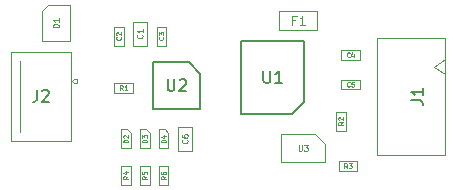
<source format=gbr>
G04 #@! TF.GenerationSoftware,KiCad,Pcbnew,(5.1.4-7-g8dd734fbd)*
G04 #@! TF.CreationDate,2019-09-01T10:21:26+03:00*
G04 #@! TF.ProjectId,usb1wireadapter,75736231-7769-4726-9561-646170746572,rev?*
G04 #@! TF.SameCoordinates,Original*
G04 #@! TF.FileFunction,Other,Fab,Top*
%FSLAX46Y46*%
G04 Gerber Fmt 4.6, Leading zero omitted, Abs format (unit mm)*
G04 Created by KiCad (PCBNEW (5.1.4-7-g8dd734fbd)) date 2019-09-01 10:21:26*
%MOMM*%
%LPD*%
G04 APERTURE LIST*
%ADD10C,0.100000*%
%ADD11C,0.150000*%
%ADD12C,0.075000*%
%ADD13C,0.080000*%
%ADD14C,0.060000*%
%ADD15C,0.120000*%
G04 APERTURE END LIST*
D10*
X120050000Y-76700000D02*
X120050000Y-75100000D01*
X116350000Y-76700000D02*
X116350000Y-74300000D01*
X120050000Y-76700000D02*
X116350000Y-76700000D01*
X119250000Y-74300000D02*
X116350000Y-74300000D01*
X119250000Y-74300000D02*
X120050000Y-75100000D01*
X107600000Y-73700000D02*
X108800000Y-73700000D01*
X108800000Y-73700000D02*
X108800000Y-75700000D01*
X108800000Y-75700000D02*
X107600000Y-75700000D01*
X107600000Y-75700000D02*
X107600000Y-73700000D01*
X103800000Y-66800000D02*
X103800000Y-64800000D01*
X105000000Y-66800000D02*
X103800000Y-66800000D01*
X105000000Y-64800000D02*
X105000000Y-66800000D01*
X103800000Y-64800000D02*
X105000000Y-64800000D01*
X105800000Y-65200000D02*
X106600000Y-65200000D01*
X106600000Y-65200000D02*
X106600000Y-66800000D01*
X106600000Y-66800000D02*
X105800000Y-66800000D01*
X105800000Y-66800000D02*
X105800000Y-65200000D01*
X123000000Y-67200000D02*
X123000000Y-68000000D01*
X123000000Y-68000000D02*
X121400000Y-68000000D01*
X121400000Y-68000000D02*
X121400000Y-67200000D01*
X121400000Y-67200000D02*
X123000000Y-67200000D01*
X123000000Y-70500000D02*
X121400000Y-70500000D01*
X123000000Y-69700000D02*
X123000000Y-70500000D01*
X121400000Y-69700000D02*
X123000000Y-69700000D01*
X121400000Y-70500000D02*
X121400000Y-69700000D01*
X96100000Y-63900000D02*
X96600000Y-63400000D01*
X96600000Y-63400000D02*
X98500000Y-63400000D01*
X96100000Y-66400000D02*
X96100000Y-63900000D01*
X98500000Y-66400000D02*
X96100000Y-66400000D01*
X98500000Y-63400000D02*
X98500000Y-66400000D01*
X103600000Y-75500000D02*
X103600000Y-74200000D01*
X103600000Y-74200000D02*
X103300000Y-73900000D01*
X103300000Y-73900000D02*
X102800000Y-73900000D01*
X102800000Y-73900000D02*
X102800000Y-75500000D01*
X102800000Y-75500000D02*
X103600000Y-75500000D01*
X106800000Y-75500000D02*
X106800000Y-74200000D01*
X106800000Y-74200000D02*
X106500000Y-73900000D01*
X106500000Y-73900000D02*
X106000000Y-73900000D01*
X106000000Y-73900000D02*
X106000000Y-75500000D01*
X106000000Y-75500000D02*
X106800000Y-75500000D01*
X104400000Y-75500000D02*
X105200000Y-75500000D01*
X104400000Y-73900000D02*
X104400000Y-75500000D01*
X104900000Y-73900000D02*
X104400000Y-73900000D01*
X105200000Y-74200000D02*
X104900000Y-73900000D01*
X105200000Y-75500000D02*
X105200000Y-74200000D01*
X93512500Y-74850000D02*
X98512500Y-74850000D01*
X94210796Y-68100000D02*
X94210796Y-74100000D01*
X93510796Y-67350000D02*
X93510796Y-74850000D01*
X98512500Y-67350000D02*
X98512500Y-74850000D01*
X93512500Y-67350000D02*
X98512500Y-67350000D01*
X98612500Y-69800000D02*
X98812500Y-69600000D01*
X98812500Y-70000000D02*
X98612500Y-69800000D01*
X99022500Y-69600000D02*
X99022500Y-70000000D01*
X99022500Y-69600000D02*
X98812500Y-69600000D01*
X99022500Y-70000000D02*
X98812500Y-70000000D01*
X103800000Y-70800000D02*
X102200000Y-70800000D01*
X103800000Y-70000000D02*
X103800000Y-70800000D01*
X102200000Y-70000000D02*
X103800000Y-70000000D01*
X102200000Y-70800000D02*
X102200000Y-70000000D01*
X103600000Y-77000000D02*
X103600000Y-78600000D01*
X102800000Y-77000000D02*
X103600000Y-77000000D01*
X102800000Y-78600000D02*
X102800000Y-77000000D01*
X103600000Y-78600000D02*
X102800000Y-78600000D01*
X106800000Y-78600000D02*
X106000000Y-78600000D01*
X106000000Y-78600000D02*
X106000000Y-77000000D01*
X106000000Y-77000000D02*
X106800000Y-77000000D01*
X106800000Y-77000000D02*
X106800000Y-78600000D01*
X105200000Y-77000000D02*
X105200000Y-78600000D01*
X104400000Y-77000000D02*
X105200000Y-77000000D01*
X104400000Y-78600000D02*
X104400000Y-77000000D01*
X105200000Y-78600000D02*
X104400000Y-78600000D01*
X121800000Y-74000000D02*
X121000000Y-74000000D01*
X121000000Y-74000000D02*
X121000000Y-72400000D01*
X121000000Y-72400000D02*
X121800000Y-72400000D01*
X121800000Y-72400000D02*
X121800000Y-74000000D01*
X122800000Y-76600000D02*
X122800000Y-77400000D01*
X122800000Y-77400000D02*
X121200000Y-77400000D01*
X121200000Y-77400000D02*
X121200000Y-76600000D01*
X121200000Y-76600000D02*
X122800000Y-76600000D01*
D11*
X109500000Y-69200000D02*
X109500000Y-72200000D01*
X109500000Y-72200000D02*
X105500000Y-72200000D01*
X105500000Y-72200000D02*
X105500000Y-68200000D01*
X105500000Y-68200000D02*
X108500000Y-68200000D01*
X108500000Y-68200000D02*
X109500000Y-69200000D01*
X117250000Y-72600000D02*
X112950000Y-72600000D01*
X112950000Y-72600000D02*
X112950000Y-66400000D01*
X112950000Y-66400000D02*
X118250000Y-66400000D01*
X118250000Y-66400000D02*
X118250000Y-71600000D01*
X118250000Y-71600000D02*
X117250000Y-72600000D01*
D10*
X103000000Y-66800000D02*
X102200000Y-66800000D01*
X102200000Y-66800000D02*
X102200000Y-65200000D01*
X102200000Y-65200000D02*
X103000000Y-65200000D01*
X103000000Y-65200000D02*
X103000000Y-66800000D01*
X119400000Y-63900000D02*
X119400000Y-65500000D01*
X119400000Y-65500000D02*
X116200000Y-65500000D01*
X116200000Y-65500000D02*
X116200000Y-63900000D01*
X116200000Y-63900000D02*
X119400000Y-63900000D01*
X130250000Y-66150000D02*
X124500000Y-66150000D01*
X124500000Y-66150000D02*
X124500000Y-76050000D01*
X124500000Y-76050000D02*
X130250000Y-76050000D01*
X130250000Y-76050000D02*
X130250000Y-66150000D01*
X130250000Y-67975000D02*
X129250000Y-68600000D01*
X129250000Y-68600000D02*
X130250000Y-69225000D01*
D12*
X117819047Y-75226190D02*
X117819047Y-75630952D01*
X117842857Y-75678571D01*
X117866666Y-75702380D01*
X117914285Y-75726190D01*
X118009523Y-75726190D01*
X118057142Y-75702380D01*
X118080952Y-75678571D01*
X118104761Y-75630952D01*
X118104761Y-75226190D01*
X118295238Y-75226190D02*
X118604761Y-75226190D01*
X118438095Y-75416666D01*
X118509523Y-75416666D01*
X118557142Y-75440476D01*
X118580952Y-75464285D01*
X118604761Y-75511904D01*
X118604761Y-75630952D01*
X118580952Y-75678571D01*
X118557142Y-75702380D01*
X118509523Y-75726190D01*
X118366666Y-75726190D01*
X118319047Y-75702380D01*
X118295238Y-75678571D01*
D13*
X108378571Y-74783333D02*
X108402380Y-74807142D01*
X108426190Y-74878571D01*
X108426190Y-74926190D01*
X108402380Y-74997619D01*
X108354761Y-75045238D01*
X108307142Y-75069047D01*
X108211904Y-75092857D01*
X108140476Y-75092857D01*
X108045238Y-75069047D01*
X107997619Y-75045238D01*
X107950000Y-74997619D01*
X107926190Y-74926190D01*
X107926190Y-74878571D01*
X107950000Y-74807142D01*
X107973809Y-74783333D01*
X107926190Y-74354761D02*
X107926190Y-74450000D01*
X107950000Y-74497619D01*
X107973809Y-74521428D01*
X108045238Y-74569047D01*
X108140476Y-74592857D01*
X108330952Y-74592857D01*
X108378571Y-74569047D01*
X108402380Y-74545238D01*
X108426190Y-74497619D01*
X108426190Y-74402380D01*
X108402380Y-74354761D01*
X108378571Y-74330952D01*
X108330952Y-74307142D01*
X108211904Y-74307142D01*
X108164285Y-74330952D01*
X108140476Y-74354761D01*
X108116666Y-74402380D01*
X108116666Y-74497619D01*
X108140476Y-74545238D01*
X108164285Y-74569047D01*
X108211904Y-74592857D01*
X104578571Y-65883333D02*
X104602380Y-65907142D01*
X104626190Y-65978571D01*
X104626190Y-66026190D01*
X104602380Y-66097619D01*
X104554761Y-66145238D01*
X104507142Y-66169047D01*
X104411904Y-66192857D01*
X104340476Y-66192857D01*
X104245238Y-66169047D01*
X104197619Y-66145238D01*
X104150000Y-66097619D01*
X104126190Y-66026190D01*
X104126190Y-65978571D01*
X104150000Y-65907142D01*
X104173809Y-65883333D01*
X104626190Y-65407142D02*
X104626190Y-65692857D01*
X104626190Y-65550000D02*
X104126190Y-65550000D01*
X104197619Y-65597619D01*
X104245238Y-65645238D01*
X104269047Y-65692857D01*
D14*
X106342857Y-66066666D02*
X106361904Y-66085714D01*
X106380952Y-66142857D01*
X106380952Y-66180952D01*
X106361904Y-66238095D01*
X106323809Y-66276190D01*
X106285714Y-66295238D01*
X106209523Y-66314285D01*
X106152380Y-66314285D01*
X106076190Y-66295238D01*
X106038095Y-66276190D01*
X106000000Y-66238095D01*
X105980952Y-66180952D01*
X105980952Y-66142857D01*
X106000000Y-66085714D01*
X106019047Y-66066666D01*
X105980952Y-65933333D02*
X105980952Y-65685714D01*
X106133333Y-65819047D01*
X106133333Y-65761904D01*
X106152380Y-65723809D01*
X106171428Y-65704761D01*
X106209523Y-65685714D01*
X106304761Y-65685714D01*
X106342857Y-65704761D01*
X106361904Y-65723809D01*
X106380952Y-65761904D01*
X106380952Y-65876190D01*
X106361904Y-65914285D01*
X106342857Y-65933333D01*
X122133333Y-67742857D02*
X122114285Y-67761904D01*
X122057142Y-67780952D01*
X122019047Y-67780952D01*
X121961904Y-67761904D01*
X121923809Y-67723809D01*
X121904761Y-67685714D01*
X121885714Y-67609523D01*
X121885714Y-67552380D01*
X121904761Y-67476190D01*
X121923809Y-67438095D01*
X121961904Y-67400000D01*
X122019047Y-67380952D01*
X122057142Y-67380952D01*
X122114285Y-67400000D01*
X122133333Y-67419047D01*
X122476190Y-67514285D02*
X122476190Y-67780952D01*
X122380952Y-67361904D02*
X122285714Y-67647619D01*
X122533333Y-67647619D01*
X122133333Y-70242857D02*
X122114285Y-70261904D01*
X122057142Y-70280952D01*
X122019047Y-70280952D01*
X121961904Y-70261904D01*
X121923809Y-70223809D01*
X121904761Y-70185714D01*
X121885714Y-70109523D01*
X121885714Y-70052380D01*
X121904761Y-69976190D01*
X121923809Y-69938095D01*
X121961904Y-69900000D01*
X122019047Y-69880952D01*
X122057142Y-69880952D01*
X122114285Y-69900000D01*
X122133333Y-69919047D01*
X122495238Y-69880952D02*
X122304761Y-69880952D01*
X122285714Y-70071428D01*
X122304761Y-70052380D01*
X122342857Y-70033333D01*
X122438095Y-70033333D01*
X122476190Y-70052380D01*
X122495238Y-70071428D01*
X122514285Y-70109523D01*
X122514285Y-70204761D01*
X122495238Y-70242857D01*
X122476190Y-70261904D01*
X122438095Y-70280952D01*
X122342857Y-70280952D01*
X122304761Y-70261904D01*
X122285714Y-70242857D01*
D12*
X97526190Y-65269047D02*
X97026190Y-65269047D01*
X97026190Y-65150000D01*
X97050000Y-65078571D01*
X97097619Y-65030952D01*
X97145238Y-65007142D01*
X97240476Y-64983333D01*
X97311904Y-64983333D01*
X97407142Y-65007142D01*
X97454761Y-65030952D01*
X97502380Y-65078571D01*
X97526190Y-65150000D01*
X97526190Y-65269047D01*
X97526190Y-64507142D02*
X97526190Y-64792857D01*
X97526190Y-64650000D02*
X97026190Y-64650000D01*
X97097619Y-64697619D01*
X97145238Y-64745238D01*
X97169047Y-64792857D01*
D14*
X103380952Y-74995238D02*
X102980952Y-74995238D01*
X102980952Y-74900000D01*
X103000000Y-74842857D01*
X103038095Y-74804761D01*
X103076190Y-74785714D01*
X103152380Y-74766666D01*
X103209523Y-74766666D01*
X103285714Y-74785714D01*
X103323809Y-74804761D01*
X103361904Y-74842857D01*
X103380952Y-74900000D01*
X103380952Y-74995238D01*
X103019047Y-74614285D02*
X103000000Y-74595238D01*
X102980952Y-74557142D01*
X102980952Y-74461904D01*
X103000000Y-74423809D01*
X103019047Y-74404761D01*
X103057142Y-74385714D01*
X103095238Y-74385714D01*
X103152380Y-74404761D01*
X103380952Y-74633333D01*
X103380952Y-74385714D01*
X106580952Y-74995238D02*
X106180952Y-74995238D01*
X106180952Y-74900000D01*
X106200000Y-74842857D01*
X106238095Y-74804761D01*
X106276190Y-74785714D01*
X106352380Y-74766666D01*
X106409523Y-74766666D01*
X106485714Y-74785714D01*
X106523809Y-74804761D01*
X106561904Y-74842857D01*
X106580952Y-74900000D01*
X106580952Y-74995238D01*
X106314285Y-74423809D02*
X106580952Y-74423809D01*
X106161904Y-74519047D02*
X106447619Y-74614285D01*
X106447619Y-74366666D01*
X104980952Y-74995238D02*
X104580952Y-74995238D01*
X104580952Y-74900000D01*
X104600000Y-74842857D01*
X104638095Y-74804761D01*
X104676190Y-74785714D01*
X104752380Y-74766666D01*
X104809523Y-74766666D01*
X104885714Y-74785714D01*
X104923809Y-74804761D01*
X104961904Y-74842857D01*
X104980952Y-74900000D01*
X104980952Y-74995238D01*
X104580952Y-74633333D02*
X104580952Y-74385714D01*
X104733333Y-74519047D01*
X104733333Y-74461904D01*
X104752380Y-74423809D01*
X104771428Y-74404761D01*
X104809523Y-74385714D01*
X104904761Y-74385714D01*
X104942857Y-74404761D01*
X104961904Y-74423809D01*
X104980952Y-74461904D01*
X104980952Y-74576190D01*
X104961904Y-74614285D01*
X104942857Y-74633333D01*
D11*
X95679166Y-70552380D02*
X95679166Y-71266666D01*
X95631547Y-71409523D01*
X95536309Y-71504761D01*
X95393452Y-71552380D01*
X95298214Y-71552380D01*
X96107738Y-70647619D02*
X96155357Y-70600000D01*
X96250595Y-70552380D01*
X96488690Y-70552380D01*
X96583928Y-70600000D01*
X96631547Y-70647619D01*
X96679166Y-70742857D01*
X96679166Y-70838095D01*
X96631547Y-70980952D01*
X96060119Y-71552380D01*
X96679166Y-71552380D01*
D14*
X102933333Y-70580952D02*
X102800000Y-70390476D01*
X102704761Y-70580952D02*
X102704761Y-70180952D01*
X102857142Y-70180952D01*
X102895238Y-70200000D01*
X102914285Y-70219047D01*
X102933333Y-70257142D01*
X102933333Y-70314285D01*
X102914285Y-70352380D01*
X102895238Y-70371428D01*
X102857142Y-70390476D01*
X102704761Y-70390476D01*
X103314285Y-70580952D02*
X103085714Y-70580952D01*
X103200000Y-70580952D02*
X103200000Y-70180952D01*
X103161904Y-70238095D01*
X103123809Y-70276190D01*
X103085714Y-70295238D01*
X103380952Y-77866666D02*
X103190476Y-78000000D01*
X103380952Y-78095238D02*
X102980952Y-78095238D01*
X102980952Y-77942857D01*
X103000000Y-77904761D01*
X103019047Y-77885714D01*
X103057142Y-77866666D01*
X103114285Y-77866666D01*
X103152380Y-77885714D01*
X103171428Y-77904761D01*
X103190476Y-77942857D01*
X103190476Y-78095238D01*
X103114285Y-77523809D02*
X103380952Y-77523809D01*
X102961904Y-77619047D02*
X103247619Y-77714285D01*
X103247619Y-77466666D01*
X106580952Y-77866666D02*
X106390476Y-78000000D01*
X106580952Y-78095238D02*
X106180952Y-78095238D01*
X106180952Y-77942857D01*
X106200000Y-77904761D01*
X106219047Y-77885714D01*
X106257142Y-77866666D01*
X106314285Y-77866666D01*
X106352380Y-77885714D01*
X106371428Y-77904761D01*
X106390476Y-77942857D01*
X106390476Y-78095238D01*
X106180952Y-77523809D02*
X106180952Y-77600000D01*
X106200000Y-77638095D01*
X106219047Y-77657142D01*
X106276190Y-77695238D01*
X106352380Y-77714285D01*
X106504761Y-77714285D01*
X106542857Y-77695238D01*
X106561904Y-77676190D01*
X106580952Y-77638095D01*
X106580952Y-77561904D01*
X106561904Y-77523809D01*
X106542857Y-77504761D01*
X106504761Y-77485714D01*
X106409523Y-77485714D01*
X106371428Y-77504761D01*
X106352380Y-77523809D01*
X106333333Y-77561904D01*
X106333333Y-77638095D01*
X106352380Y-77676190D01*
X106371428Y-77695238D01*
X106409523Y-77714285D01*
X104980952Y-77866666D02*
X104790476Y-78000000D01*
X104980952Y-78095238D02*
X104580952Y-78095238D01*
X104580952Y-77942857D01*
X104600000Y-77904761D01*
X104619047Y-77885714D01*
X104657142Y-77866666D01*
X104714285Y-77866666D01*
X104752380Y-77885714D01*
X104771428Y-77904761D01*
X104790476Y-77942857D01*
X104790476Y-78095238D01*
X104580952Y-77504761D02*
X104580952Y-77695238D01*
X104771428Y-77714285D01*
X104752380Y-77695238D01*
X104733333Y-77657142D01*
X104733333Y-77561904D01*
X104752380Y-77523809D01*
X104771428Y-77504761D01*
X104809523Y-77485714D01*
X104904761Y-77485714D01*
X104942857Y-77504761D01*
X104961904Y-77523809D01*
X104980952Y-77561904D01*
X104980952Y-77657142D01*
X104961904Y-77695238D01*
X104942857Y-77714285D01*
X121580952Y-73266666D02*
X121390476Y-73400000D01*
X121580952Y-73495238D02*
X121180952Y-73495238D01*
X121180952Y-73342857D01*
X121200000Y-73304761D01*
X121219047Y-73285714D01*
X121257142Y-73266666D01*
X121314285Y-73266666D01*
X121352380Y-73285714D01*
X121371428Y-73304761D01*
X121390476Y-73342857D01*
X121390476Y-73495238D01*
X121219047Y-73114285D02*
X121200000Y-73095238D01*
X121180952Y-73057142D01*
X121180952Y-72961904D01*
X121200000Y-72923809D01*
X121219047Y-72904761D01*
X121257142Y-72885714D01*
X121295238Y-72885714D01*
X121352380Y-72904761D01*
X121580952Y-73133333D01*
X121580952Y-72885714D01*
X121933333Y-77180952D02*
X121800000Y-76990476D01*
X121704761Y-77180952D02*
X121704761Y-76780952D01*
X121857142Y-76780952D01*
X121895238Y-76800000D01*
X121914285Y-76819047D01*
X121933333Y-76857142D01*
X121933333Y-76914285D01*
X121914285Y-76952380D01*
X121895238Y-76971428D01*
X121857142Y-76990476D01*
X121704761Y-76990476D01*
X122066666Y-76780952D02*
X122314285Y-76780952D01*
X122180952Y-76933333D01*
X122238095Y-76933333D01*
X122276190Y-76952380D01*
X122295238Y-76971428D01*
X122314285Y-77009523D01*
X122314285Y-77104761D01*
X122295238Y-77142857D01*
X122276190Y-77161904D01*
X122238095Y-77180952D01*
X122123809Y-77180952D01*
X122085714Y-77161904D01*
X122066666Y-77142857D01*
D11*
X106738095Y-69652380D02*
X106738095Y-70461904D01*
X106785714Y-70557142D01*
X106833333Y-70604761D01*
X106928571Y-70652380D01*
X107119047Y-70652380D01*
X107214285Y-70604761D01*
X107261904Y-70557142D01*
X107309523Y-70461904D01*
X107309523Y-69652380D01*
X107738095Y-69747619D02*
X107785714Y-69700000D01*
X107880952Y-69652380D01*
X108119047Y-69652380D01*
X108214285Y-69700000D01*
X108261904Y-69747619D01*
X108309523Y-69842857D01*
X108309523Y-69938095D01*
X108261904Y-70080952D01*
X107690476Y-70652380D01*
X108309523Y-70652380D01*
X114838095Y-68952380D02*
X114838095Y-69761904D01*
X114885714Y-69857142D01*
X114933333Y-69904761D01*
X115028571Y-69952380D01*
X115219047Y-69952380D01*
X115314285Y-69904761D01*
X115361904Y-69857142D01*
X115409523Y-69761904D01*
X115409523Y-68952380D01*
X116409523Y-69952380D02*
X115838095Y-69952380D01*
X116123809Y-69952380D02*
X116123809Y-68952380D01*
X116028571Y-69095238D01*
X115933333Y-69190476D01*
X115838095Y-69238095D01*
D14*
X102742857Y-66066666D02*
X102761904Y-66085714D01*
X102780952Y-66142857D01*
X102780952Y-66180952D01*
X102761904Y-66238095D01*
X102723809Y-66276190D01*
X102685714Y-66295238D01*
X102609523Y-66314285D01*
X102552380Y-66314285D01*
X102476190Y-66295238D01*
X102438095Y-66276190D01*
X102400000Y-66238095D01*
X102380952Y-66180952D01*
X102380952Y-66142857D01*
X102400000Y-66085714D01*
X102419047Y-66066666D01*
X102419047Y-65914285D02*
X102400000Y-65895238D01*
X102380952Y-65857142D01*
X102380952Y-65761904D01*
X102400000Y-65723809D01*
X102419047Y-65704761D01*
X102457142Y-65685714D01*
X102495238Y-65685714D01*
X102552380Y-65704761D01*
X102780952Y-65933333D01*
X102780952Y-65685714D01*
D15*
X117533333Y-64642857D02*
X117266666Y-64642857D01*
X117266666Y-65061904D02*
X117266666Y-64261904D01*
X117647619Y-64261904D01*
X118371428Y-65061904D02*
X117914285Y-65061904D01*
X118142857Y-65061904D02*
X118142857Y-64261904D01*
X118066666Y-64376190D01*
X117990476Y-64452380D01*
X117914285Y-64490476D01*
D11*
X127352380Y-71433333D02*
X128066666Y-71433333D01*
X128209523Y-71480952D01*
X128304761Y-71576190D01*
X128352380Y-71719047D01*
X128352380Y-71814285D01*
X128352380Y-70433333D02*
X128352380Y-71004761D01*
X128352380Y-70719047D02*
X127352380Y-70719047D01*
X127495238Y-70814285D01*
X127590476Y-70909523D01*
X127638095Y-71004761D01*
M02*

</source>
